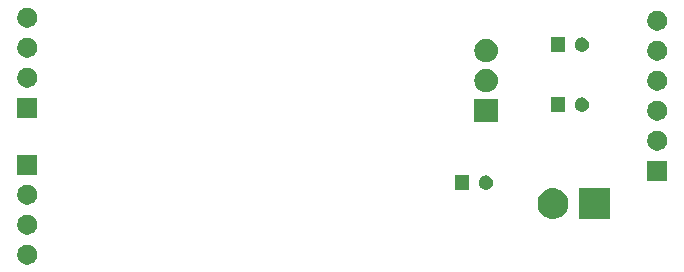
<source format=gbr>
G04 #@! TF.GenerationSoftware,KiCad,Pcbnew,5.1.5+dfsg1-2build2*
G04 #@! TF.CreationDate,2020-08-14T16:11:21+02:00*
G04 #@! TF.ProjectId,carrierboard_aisler,63617272-6965-4726-926f-6172645f6169,1*
G04 #@! TF.SameCoordinates,Original*
G04 #@! TF.FileFunction,Soldermask,Bot*
G04 #@! TF.FilePolarity,Negative*
%FSLAX46Y46*%
G04 Gerber Fmt 4.6, Leading zero omitted, Abs format (unit mm)*
G04 Created by KiCad (PCBNEW 5.1.5+dfsg1-2build2) date 2020-08-14 16:11:21*
%MOMM*%
%LPD*%
G04 APERTURE LIST*
%ADD10C,0.152400*%
G04 APERTURE END LIST*
D10*
G36*
X97021934Y-113482664D02*
G01*
X97176625Y-113546739D01*
X97176626Y-113546740D01*
X97315844Y-113639762D01*
X97434238Y-113758156D01*
X97434239Y-113758158D01*
X97527261Y-113897375D01*
X97591336Y-114052066D01*
X97624000Y-114216281D01*
X97624000Y-114383719D01*
X97591336Y-114547934D01*
X97527261Y-114702625D01*
X97527260Y-114702626D01*
X97434238Y-114841844D01*
X97315844Y-114960238D01*
X97245762Y-115007065D01*
X97176625Y-115053261D01*
X97021934Y-115117336D01*
X96857719Y-115150000D01*
X96690281Y-115150000D01*
X96526066Y-115117336D01*
X96371375Y-115053261D01*
X96302238Y-115007065D01*
X96232156Y-114960238D01*
X96113762Y-114841844D01*
X96020740Y-114702626D01*
X96020739Y-114702625D01*
X95956664Y-114547934D01*
X95924000Y-114383719D01*
X95924000Y-114216281D01*
X95956664Y-114052066D01*
X96020739Y-113897375D01*
X96113761Y-113758158D01*
X96113762Y-113758156D01*
X96232156Y-113639762D01*
X96371374Y-113546740D01*
X96371375Y-113546739D01*
X96526066Y-113482664D01*
X96690281Y-113450000D01*
X96857719Y-113450000D01*
X97021934Y-113482664D01*
G37*
G36*
X97021934Y-110942664D02*
G01*
X97176625Y-111006739D01*
X97176626Y-111006740D01*
X97315844Y-111099762D01*
X97434238Y-111218156D01*
X97434239Y-111218158D01*
X97527261Y-111357375D01*
X97591336Y-111512066D01*
X97624000Y-111676281D01*
X97624000Y-111843719D01*
X97591336Y-112007934D01*
X97527261Y-112162625D01*
X97527260Y-112162626D01*
X97434238Y-112301844D01*
X97315844Y-112420238D01*
X97245762Y-112467065D01*
X97176625Y-112513261D01*
X97021934Y-112577336D01*
X96857719Y-112610000D01*
X96690281Y-112610000D01*
X96526066Y-112577336D01*
X96371375Y-112513261D01*
X96302238Y-112467065D01*
X96232156Y-112420238D01*
X96113762Y-112301844D01*
X96020740Y-112162626D01*
X96020739Y-112162625D01*
X95956664Y-112007934D01*
X95924000Y-111843719D01*
X95924000Y-111676281D01*
X95956664Y-111512066D01*
X96020739Y-111357375D01*
X96113761Y-111218158D01*
X96113762Y-111218156D01*
X96232156Y-111099762D01*
X96371374Y-111006740D01*
X96371375Y-111006739D01*
X96526066Y-110942664D01*
X96690281Y-110910000D01*
X96857719Y-110910000D01*
X97021934Y-110942664D01*
G37*
G36*
X146080000Y-111282000D02*
G01*
X143480000Y-111282000D01*
X143480000Y-108682000D01*
X146080000Y-108682000D01*
X146080000Y-111282000D01*
G37*
G36*
X141491758Y-108698653D02*
G01*
X141659196Y-108731958D01*
X141895781Y-108829955D01*
X142108702Y-108972224D01*
X142289776Y-109153298D01*
X142432045Y-109366219D01*
X142530042Y-109602804D01*
X142580000Y-109853961D01*
X142580000Y-110110039D01*
X142530042Y-110361196D01*
X142432045Y-110597781D01*
X142289776Y-110810702D01*
X142108702Y-110991776D01*
X141895781Y-111134045D01*
X141659196Y-111232042D01*
X141491758Y-111265347D01*
X141408040Y-111282000D01*
X141151960Y-111282000D01*
X141068242Y-111265347D01*
X140900804Y-111232042D01*
X140664219Y-111134045D01*
X140451298Y-110991776D01*
X140270224Y-110810702D01*
X140127955Y-110597781D01*
X140029958Y-110361196D01*
X139980000Y-110110039D01*
X139980000Y-109853961D01*
X140029958Y-109602804D01*
X140127955Y-109366219D01*
X140270224Y-109153298D01*
X140451298Y-108972224D01*
X140664219Y-108829955D01*
X140900804Y-108731958D01*
X141068242Y-108698653D01*
X141151960Y-108682000D01*
X141408040Y-108682000D01*
X141491758Y-108698653D01*
G37*
G36*
X97021934Y-108402664D02*
G01*
X97176625Y-108466739D01*
X97176626Y-108466740D01*
X97315844Y-108559762D01*
X97434238Y-108678156D01*
X97434239Y-108678158D01*
X97527261Y-108817375D01*
X97591336Y-108972066D01*
X97624000Y-109136281D01*
X97624000Y-109303719D01*
X97591336Y-109467934D01*
X97527261Y-109622625D01*
X97527260Y-109622626D01*
X97434238Y-109761844D01*
X97315844Y-109880238D01*
X97245762Y-109927065D01*
X97176625Y-109973261D01*
X97021934Y-110037336D01*
X96857719Y-110070000D01*
X96690281Y-110070000D01*
X96526066Y-110037336D01*
X96371375Y-109973261D01*
X96302238Y-109927065D01*
X96232156Y-109880238D01*
X96113762Y-109761844D01*
X96020740Y-109622626D01*
X96020739Y-109622625D01*
X95956664Y-109467934D01*
X95924000Y-109303719D01*
X95924000Y-109136281D01*
X95956664Y-108972066D01*
X96020739Y-108817375D01*
X96113761Y-108678158D01*
X96113762Y-108678156D01*
X96232156Y-108559762D01*
X96371374Y-108466740D01*
X96371375Y-108466739D01*
X96526066Y-108402664D01*
X96690281Y-108370000D01*
X96857719Y-108370000D01*
X97021934Y-108402664D01*
G37*
G36*
X134204000Y-108804000D02*
G01*
X133004000Y-108804000D01*
X133004000Y-107604000D01*
X134204000Y-107604000D01*
X134204000Y-108804000D01*
G37*
G36*
X135779012Y-107627057D02*
G01*
X135779015Y-107627058D01*
X135779014Y-107627058D01*
X135888207Y-107672287D01*
X135986478Y-107737950D01*
X136070050Y-107821522D01*
X136070051Y-107821524D01*
X136135714Y-107919795D01*
X136180943Y-108028988D01*
X136204000Y-108144904D01*
X136204000Y-108263096D01*
X136180943Y-108379012D01*
X136144605Y-108466739D01*
X136135713Y-108488207D01*
X136070050Y-108586478D01*
X135986478Y-108670050D01*
X135888207Y-108735713D01*
X135888206Y-108735714D01*
X135888205Y-108735714D01*
X135779012Y-108780943D01*
X135663096Y-108804000D01*
X135544904Y-108804000D01*
X135428988Y-108780943D01*
X135319795Y-108735714D01*
X135319794Y-108735714D01*
X135319793Y-108735713D01*
X135221522Y-108670050D01*
X135137950Y-108586478D01*
X135072287Y-108488207D01*
X135063395Y-108466739D01*
X135027057Y-108379012D01*
X135004000Y-108263096D01*
X135004000Y-108144904D01*
X135027057Y-108028988D01*
X135072286Y-107919795D01*
X135137949Y-107821524D01*
X135137950Y-107821522D01*
X135221522Y-107737950D01*
X135319793Y-107672287D01*
X135428986Y-107627058D01*
X135428985Y-107627058D01*
X135428988Y-107627057D01*
X135544904Y-107604000D01*
X135663096Y-107604000D01*
X135779012Y-107627057D01*
G37*
G36*
X150964000Y-108038000D02*
G01*
X149264000Y-108038000D01*
X149264000Y-106338000D01*
X150964000Y-106338000D01*
X150964000Y-108038000D01*
G37*
G36*
X97624000Y-107530000D02*
G01*
X95924000Y-107530000D01*
X95924000Y-105830000D01*
X97624000Y-105830000D01*
X97624000Y-107530000D01*
G37*
G36*
X150361934Y-103830664D02*
G01*
X150516625Y-103894739D01*
X150516626Y-103894740D01*
X150655844Y-103987762D01*
X150774238Y-104106156D01*
X150774239Y-104106158D01*
X150867261Y-104245375D01*
X150931336Y-104400066D01*
X150964000Y-104564281D01*
X150964000Y-104731719D01*
X150931336Y-104895934D01*
X150867261Y-105050625D01*
X150867260Y-105050626D01*
X150774238Y-105189844D01*
X150655844Y-105308238D01*
X150585762Y-105355065D01*
X150516625Y-105401261D01*
X150361934Y-105465336D01*
X150197719Y-105498000D01*
X150030281Y-105498000D01*
X149866066Y-105465336D01*
X149711375Y-105401261D01*
X149642238Y-105355065D01*
X149572156Y-105308238D01*
X149453762Y-105189844D01*
X149360740Y-105050626D01*
X149360739Y-105050625D01*
X149296664Y-104895934D01*
X149264000Y-104731719D01*
X149264000Y-104564281D01*
X149296664Y-104400066D01*
X149360739Y-104245375D01*
X149453761Y-104106158D01*
X149453762Y-104106156D01*
X149572156Y-103987762D01*
X149711374Y-103894740D01*
X149711375Y-103894739D01*
X149866066Y-103830664D01*
X150030281Y-103798000D01*
X150197719Y-103798000D01*
X150361934Y-103830664D01*
G37*
G36*
X136636000Y-103060500D02*
G01*
X134636000Y-103060500D01*
X134636000Y-101155500D01*
X136636000Y-101155500D01*
X136636000Y-103060500D01*
G37*
G36*
X150361934Y-101290664D02*
G01*
X150516625Y-101354739D01*
X150516626Y-101354740D01*
X150655844Y-101447762D01*
X150774238Y-101566156D01*
X150774239Y-101566158D01*
X150867261Y-101705375D01*
X150931336Y-101860066D01*
X150964000Y-102024281D01*
X150964000Y-102191719D01*
X150931336Y-102355934D01*
X150867261Y-102510625D01*
X150867260Y-102510626D01*
X150774238Y-102649844D01*
X150655844Y-102768238D01*
X150585762Y-102815065D01*
X150516625Y-102861261D01*
X150361934Y-102925336D01*
X150197719Y-102958000D01*
X150030281Y-102958000D01*
X149866066Y-102925336D01*
X149711375Y-102861261D01*
X149642238Y-102815065D01*
X149572156Y-102768238D01*
X149453762Y-102649844D01*
X149360740Y-102510626D01*
X149360739Y-102510625D01*
X149296664Y-102355934D01*
X149264000Y-102191719D01*
X149264000Y-102024281D01*
X149296664Y-101860066D01*
X149360739Y-101705375D01*
X149453761Y-101566158D01*
X149453762Y-101566156D01*
X149572156Y-101447762D01*
X149711374Y-101354740D01*
X149711375Y-101354739D01*
X149866066Y-101290664D01*
X150030281Y-101258000D01*
X150197719Y-101258000D01*
X150361934Y-101290664D01*
G37*
G36*
X97624000Y-102704000D02*
G01*
X95924000Y-102704000D01*
X95924000Y-101004000D01*
X97624000Y-101004000D01*
X97624000Y-102704000D01*
G37*
G36*
X143907012Y-101023057D02*
G01*
X143907015Y-101023058D01*
X143907014Y-101023058D01*
X144016207Y-101068287D01*
X144114478Y-101133950D01*
X144198050Y-101217522D01*
X144246922Y-101290664D01*
X144263714Y-101315795D01*
X144308943Y-101424988D01*
X144332000Y-101540904D01*
X144332000Y-101659096D01*
X144308943Y-101775012D01*
X144263714Y-101884205D01*
X144263713Y-101884207D01*
X144198050Y-101982478D01*
X144114478Y-102066050D01*
X144016207Y-102131713D01*
X144016206Y-102131714D01*
X144016205Y-102131714D01*
X143907012Y-102176943D01*
X143791096Y-102200000D01*
X143672904Y-102200000D01*
X143556988Y-102176943D01*
X143447795Y-102131714D01*
X143447794Y-102131714D01*
X143447793Y-102131713D01*
X143349522Y-102066050D01*
X143265950Y-101982478D01*
X143200287Y-101884207D01*
X143200286Y-101884205D01*
X143155057Y-101775012D01*
X143132000Y-101659096D01*
X143132000Y-101540904D01*
X143155057Y-101424988D01*
X143200286Y-101315795D01*
X143217078Y-101290664D01*
X143265950Y-101217522D01*
X143349522Y-101133950D01*
X143447793Y-101068287D01*
X143556986Y-101023058D01*
X143556985Y-101023058D01*
X143556988Y-101023057D01*
X143672904Y-101000000D01*
X143791096Y-101000000D01*
X143907012Y-101023057D01*
G37*
G36*
X142332000Y-102200000D02*
G01*
X141132000Y-102200000D01*
X141132000Y-101000000D01*
X142332000Y-101000000D01*
X142332000Y-102200000D01*
G37*
G36*
X135870222Y-98629282D02*
G01*
X136049771Y-98683748D01*
X136215238Y-98772192D01*
X136215239Y-98772193D01*
X136215241Y-98772194D01*
X136360278Y-98891222D01*
X136471016Y-99026158D01*
X136479308Y-99036262D01*
X136567752Y-99201729D01*
X136622218Y-99381278D01*
X136640608Y-99568000D01*
X136622218Y-99754722D01*
X136567752Y-99934271D01*
X136496667Y-100067261D01*
X136479306Y-100099741D01*
X136360278Y-100244778D01*
X136215241Y-100363806D01*
X136215239Y-100363807D01*
X136215238Y-100363808D01*
X136049771Y-100452252D01*
X135870222Y-100506718D01*
X135730289Y-100520500D01*
X135541711Y-100520500D01*
X135401778Y-100506718D01*
X135222229Y-100452252D01*
X135056762Y-100363808D01*
X135056761Y-100363807D01*
X135056759Y-100363806D01*
X134911722Y-100244778D01*
X134792694Y-100099741D01*
X134775333Y-100067261D01*
X134704248Y-99934271D01*
X134649782Y-99754722D01*
X134631392Y-99568000D01*
X134649782Y-99381278D01*
X134704248Y-99201729D01*
X134792692Y-99036262D01*
X134800984Y-99026158D01*
X134911722Y-98891222D01*
X135056759Y-98772194D01*
X135056761Y-98772193D01*
X135056762Y-98772192D01*
X135222229Y-98683748D01*
X135401778Y-98629282D01*
X135541711Y-98615500D01*
X135730289Y-98615500D01*
X135870222Y-98629282D01*
G37*
G36*
X150361934Y-98750664D02*
G01*
X150516625Y-98814739D01*
X150516626Y-98814740D01*
X150655844Y-98907762D01*
X150774238Y-99026156D01*
X150800905Y-99066066D01*
X150867261Y-99165375D01*
X150931336Y-99320066D01*
X150964000Y-99484281D01*
X150964000Y-99651719D01*
X150931336Y-99815934D01*
X150867261Y-99970625D01*
X150867260Y-99970626D01*
X150774238Y-100109844D01*
X150655844Y-100228238D01*
X150631090Y-100244778D01*
X150516625Y-100321261D01*
X150361934Y-100385336D01*
X150197719Y-100418000D01*
X150030281Y-100418000D01*
X149866066Y-100385336D01*
X149711375Y-100321261D01*
X149596910Y-100244778D01*
X149572156Y-100228238D01*
X149453762Y-100109844D01*
X149360740Y-99970626D01*
X149360739Y-99970625D01*
X149296664Y-99815934D01*
X149264000Y-99651719D01*
X149264000Y-99484281D01*
X149296664Y-99320066D01*
X149360739Y-99165375D01*
X149427095Y-99066066D01*
X149453762Y-99026156D01*
X149572156Y-98907762D01*
X149711374Y-98814740D01*
X149711375Y-98814739D01*
X149866066Y-98750664D01*
X150030281Y-98718000D01*
X150197719Y-98718000D01*
X150361934Y-98750664D01*
G37*
G36*
X97021934Y-98496664D02*
G01*
X97176625Y-98560739D01*
X97176626Y-98560740D01*
X97315844Y-98653762D01*
X97434238Y-98772156D01*
X97481065Y-98842238D01*
X97527261Y-98911375D01*
X97591336Y-99066066D01*
X97624000Y-99230281D01*
X97624000Y-99397719D01*
X97591336Y-99561934D01*
X97527261Y-99716625D01*
X97527260Y-99716626D01*
X97434238Y-99855844D01*
X97315844Y-99974238D01*
X97245762Y-100021065D01*
X97176625Y-100067261D01*
X97021934Y-100131336D01*
X96857719Y-100164000D01*
X96690281Y-100164000D01*
X96526066Y-100131336D01*
X96371375Y-100067261D01*
X96302238Y-100021065D01*
X96232156Y-99974238D01*
X96113762Y-99855844D01*
X96020740Y-99716626D01*
X96020739Y-99716625D01*
X95956664Y-99561934D01*
X95924000Y-99397719D01*
X95924000Y-99230281D01*
X95956664Y-99066066D01*
X96020739Y-98911375D01*
X96066935Y-98842238D01*
X96113762Y-98772156D01*
X96232156Y-98653762D01*
X96371374Y-98560740D01*
X96371375Y-98560739D01*
X96526066Y-98496664D01*
X96690281Y-98464000D01*
X96857719Y-98464000D01*
X97021934Y-98496664D01*
G37*
G36*
X135870222Y-96089282D02*
G01*
X136049771Y-96143748D01*
X136215238Y-96232192D01*
X136215239Y-96232193D01*
X136215241Y-96232194D01*
X136360278Y-96351222D01*
X136471016Y-96486158D01*
X136479308Y-96496262D01*
X136567752Y-96661729D01*
X136622218Y-96841278D01*
X136640608Y-97028000D01*
X136622218Y-97214722D01*
X136567752Y-97394271D01*
X136496667Y-97527261D01*
X136479306Y-97559741D01*
X136360278Y-97704778D01*
X136215241Y-97823806D01*
X136215239Y-97823807D01*
X136215238Y-97823808D01*
X136049771Y-97912252D01*
X135870222Y-97966718D01*
X135730289Y-97980500D01*
X135541711Y-97980500D01*
X135401778Y-97966718D01*
X135222229Y-97912252D01*
X135056762Y-97823808D01*
X135056761Y-97823807D01*
X135056759Y-97823806D01*
X134911722Y-97704778D01*
X134792694Y-97559741D01*
X134775333Y-97527261D01*
X134704248Y-97394271D01*
X134649782Y-97214722D01*
X134631392Y-97028000D01*
X134649782Y-96841278D01*
X134704248Y-96661729D01*
X134792692Y-96496262D01*
X134800984Y-96486158D01*
X134911722Y-96351222D01*
X135056759Y-96232194D01*
X135056761Y-96232193D01*
X135056762Y-96232192D01*
X135222229Y-96143748D01*
X135401778Y-96089282D01*
X135541711Y-96075500D01*
X135730289Y-96075500D01*
X135870222Y-96089282D01*
G37*
G36*
X150361934Y-96210664D02*
G01*
X150516625Y-96274739D01*
X150516626Y-96274740D01*
X150655844Y-96367762D01*
X150774238Y-96486156D01*
X150800905Y-96526066D01*
X150867261Y-96625375D01*
X150931336Y-96780066D01*
X150964000Y-96944281D01*
X150964000Y-97111719D01*
X150931336Y-97275934D01*
X150867261Y-97430625D01*
X150867260Y-97430626D01*
X150774238Y-97569844D01*
X150655844Y-97688238D01*
X150631090Y-97704778D01*
X150516625Y-97781261D01*
X150361934Y-97845336D01*
X150197719Y-97878000D01*
X150030281Y-97878000D01*
X149866066Y-97845336D01*
X149711375Y-97781261D01*
X149596910Y-97704778D01*
X149572156Y-97688238D01*
X149453762Y-97569844D01*
X149360740Y-97430626D01*
X149360739Y-97430625D01*
X149296664Y-97275934D01*
X149264000Y-97111719D01*
X149264000Y-96944281D01*
X149296664Y-96780066D01*
X149360739Y-96625375D01*
X149427095Y-96526066D01*
X149453762Y-96486156D01*
X149572156Y-96367762D01*
X149711374Y-96274740D01*
X149711375Y-96274739D01*
X149866066Y-96210664D01*
X150030281Y-96178000D01*
X150197719Y-96178000D01*
X150361934Y-96210664D01*
G37*
G36*
X97021934Y-95956664D02*
G01*
X97176625Y-96020739D01*
X97176626Y-96020740D01*
X97315844Y-96113762D01*
X97434238Y-96232156D01*
X97481065Y-96302238D01*
X97527261Y-96371375D01*
X97591336Y-96526066D01*
X97624000Y-96690281D01*
X97624000Y-96857719D01*
X97591336Y-97021934D01*
X97527261Y-97176625D01*
X97527260Y-97176626D01*
X97434238Y-97315844D01*
X97315844Y-97434238D01*
X97245762Y-97481065D01*
X97176625Y-97527261D01*
X97021934Y-97591336D01*
X96857719Y-97624000D01*
X96690281Y-97624000D01*
X96526066Y-97591336D01*
X96371375Y-97527261D01*
X96302238Y-97481065D01*
X96232156Y-97434238D01*
X96113762Y-97315844D01*
X96020740Y-97176626D01*
X96020739Y-97176625D01*
X95956664Y-97021934D01*
X95924000Y-96857719D01*
X95924000Y-96690281D01*
X95956664Y-96526066D01*
X96020739Y-96371375D01*
X96066935Y-96302238D01*
X96113762Y-96232156D01*
X96232156Y-96113762D01*
X96371374Y-96020740D01*
X96371375Y-96020739D01*
X96526066Y-95956664D01*
X96690281Y-95924000D01*
X96857719Y-95924000D01*
X97021934Y-95956664D01*
G37*
G36*
X143907012Y-95943057D02*
G01*
X144016205Y-95988286D01*
X144016207Y-95988287D01*
X144114478Y-96053950D01*
X144198050Y-96137522D01*
X144261284Y-96232158D01*
X144263714Y-96235795D01*
X144308943Y-96344988D01*
X144332000Y-96460904D01*
X144332000Y-96579096D01*
X144308943Y-96695012D01*
X144263714Y-96804205D01*
X144263713Y-96804207D01*
X144198050Y-96902478D01*
X144114478Y-96986050D01*
X144016207Y-97051713D01*
X144016206Y-97051714D01*
X144016205Y-97051714D01*
X143907012Y-97096943D01*
X143791096Y-97120000D01*
X143672904Y-97120000D01*
X143556988Y-97096943D01*
X143447795Y-97051714D01*
X143447794Y-97051714D01*
X143447793Y-97051713D01*
X143349522Y-96986050D01*
X143265950Y-96902478D01*
X143200287Y-96804207D01*
X143200286Y-96804205D01*
X143155057Y-96695012D01*
X143132000Y-96579096D01*
X143132000Y-96460904D01*
X143155057Y-96344988D01*
X143200286Y-96235795D01*
X143202716Y-96232158D01*
X143265950Y-96137522D01*
X143349522Y-96053950D01*
X143447793Y-95988287D01*
X143447795Y-95988286D01*
X143556988Y-95943057D01*
X143672904Y-95920000D01*
X143791096Y-95920000D01*
X143907012Y-95943057D01*
G37*
G36*
X142332000Y-97120000D02*
G01*
X141132000Y-97120000D01*
X141132000Y-95920000D01*
X142332000Y-95920000D01*
X142332000Y-97120000D01*
G37*
G36*
X150361934Y-93670664D02*
G01*
X150516625Y-93734739D01*
X150516626Y-93734740D01*
X150655844Y-93827762D01*
X150774238Y-93946156D01*
X150800905Y-93986066D01*
X150867261Y-94085375D01*
X150931336Y-94240066D01*
X150964000Y-94404281D01*
X150964000Y-94571719D01*
X150931336Y-94735934D01*
X150867261Y-94890625D01*
X150867260Y-94890626D01*
X150774238Y-95029844D01*
X150655844Y-95148238D01*
X150585762Y-95195065D01*
X150516625Y-95241261D01*
X150361934Y-95305336D01*
X150197719Y-95338000D01*
X150030281Y-95338000D01*
X149866066Y-95305336D01*
X149711375Y-95241261D01*
X149642238Y-95195065D01*
X149572156Y-95148238D01*
X149453762Y-95029844D01*
X149360740Y-94890626D01*
X149360739Y-94890625D01*
X149296664Y-94735934D01*
X149264000Y-94571719D01*
X149264000Y-94404281D01*
X149296664Y-94240066D01*
X149360739Y-94085375D01*
X149427095Y-93986066D01*
X149453762Y-93946156D01*
X149572156Y-93827762D01*
X149711374Y-93734740D01*
X149711375Y-93734739D01*
X149866066Y-93670664D01*
X150030281Y-93638000D01*
X150197719Y-93638000D01*
X150361934Y-93670664D01*
G37*
G36*
X97021934Y-93416664D02*
G01*
X97176625Y-93480739D01*
X97176626Y-93480740D01*
X97315844Y-93573762D01*
X97434238Y-93692156D01*
X97481065Y-93762238D01*
X97527261Y-93831375D01*
X97591336Y-93986066D01*
X97624000Y-94150281D01*
X97624000Y-94317719D01*
X97591336Y-94481934D01*
X97527261Y-94636625D01*
X97527260Y-94636626D01*
X97434238Y-94775844D01*
X97315844Y-94894238D01*
X97245762Y-94941065D01*
X97176625Y-94987261D01*
X97021934Y-95051336D01*
X96857719Y-95084000D01*
X96690281Y-95084000D01*
X96526066Y-95051336D01*
X96371375Y-94987261D01*
X96302238Y-94941065D01*
X96232156Y-94894238D01*
X96113762Y-94775844D01*
X96020740Y-94636626D01*
X96020739Y-94636625D01*
X95956664Y-94481934D01*
X95924000Y-94317719D01*
X95924000Y-94150281D01*
X95956664Y-93986066D01*
X96020739Y-93831375D01*
X96066935Y-93762238D01*
X96113762Y-93692156D01*
X96232156Y-93573762D01*
X96371374Y-93480740D01*
X96371375Y-93480739D01*
X96526066Y-93416664D01*
X96690281Y-93384000D01*
X96857719Y-93384000D01*
X97021934Y-93416664D01*
G37*
M02*

</source>
